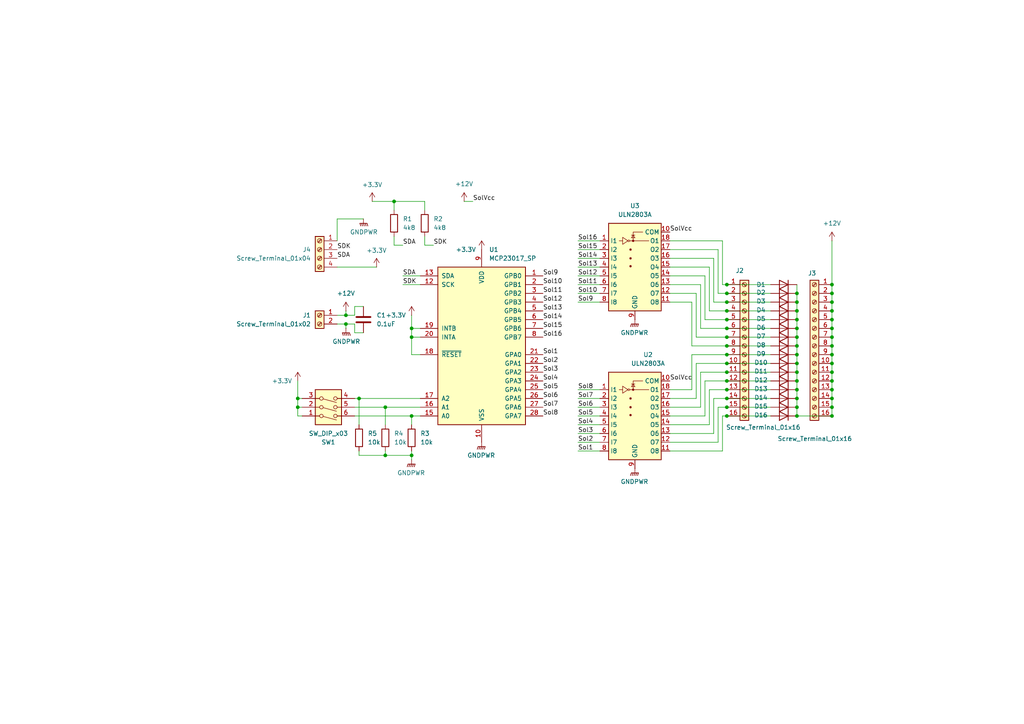
<source format=kicad_sch>
(kicad_sch (version 20250114) (generator "eeschema") (generator_version "9.0")
  (paper "A4")
  (lib_symbols
    (symbol "Connector:Screw_Terminal_01x02" (pin_names (offset 1.016) (hide yes))
      (property "Reference" "J" (at 0 2.54 0))
      (property "Value" "Screw_Terminal_01x02" (at 0 -5.08 0))
      (symbol "Screw_Terminal_01x02_1_1"
        (rectangle (start -1.27 1.27) (end 1.27 -3.81) (stroke (width 0.254)) (fill (type background)))
        (polyline (pts (xy -0.5334 0.3302) (xy 0.3302 -0.508)) (stroke (width 0.1524)))
        (polyline (pts (xy -0.5334 -2.2098) (xy 0.3302 -3.048)) (stroke (width 0.1524)))
        (polyline (pts (xy -0.3556 0.508) (xy 0.508 -0.3302)) (stroke (width 0.1524)))
        (polyline (pts (xy -0.3556 -2.032) (xy 0.508 -2.8702)) (stroke (width 0.1524)))
        (circle (center 0 0) (radius 0.635) (stroke (width 0.1524)))
        (circle (center 0 -2.54) (radius 0.635) (stroke (width 0.1524)))
        (pin passive line (at -5.08 0 0) (length 3.81) (name "Pin_1") (number "1"))
        (pin passive line (at -5.08 -2.54 0) (length 3.81) (name "Pin_2") (number "2"))
      )
    )
    (symbol "Connector:Screw_Terminal_01x04" (pin_names (offset 1.016) (hide yes))
      (property "Reference" "J" (at 0 5.08 0))
      (property "Value" "Screw_Terminal_01x04" (at 0 -7.62 0))
      (symbol "Screw_Terminal_01x04_1_1"
        (rectangle (start -1.27 3.81) (end 1.27 -6.35) (stroke (width 0.254)) (fill (type background)))
        (polyline (pts (xy -0.5334 2.8702) (xy 0.3302 2.032)) (stroke (width 0.1524)))
        (polyline (pts (xy -0.5334 0.3302) (xy 0.3302 -0.508)) (stroke (width 0.1524)))
        (polyline (pts (xy -0.5334 -2.2098) (xy 0.3302 -3.048)) (stroke (width 0.1524)))
        (polyline (pts (xy -0.5334 -4.7498) (xy 0.3302 -5.588)) (stroke (width 0.1524)))
        (polyline (pts (xy -0.3556 3.048) (xy 0.508 2.2098)) (stroke (width 0.1524)))
        (polyline (pts (xy -0.3556 0.508) (xy 0.508 -0.3302)) (stroke (width 0.1524)))
        (polyline (pts (xy -0.3556 -2.032) (xy 0.508 -2.8702)) (stroke (width 0.1524)))
        (polyline (pts (xy -0.3556 -4.572) (xy 0.508 -5.4102)) (stroke (width 0.1524)))
        (circle (center 0 2.54) (radius 0.635) (stroke (width 0.1524)))
        (circle (center 0 0) (radius 0.635) (stroke (width 0.1524)))
        (circle (center 0 -2.54) (radius 0.635) (stroke (width 0.1524)))
        (circle (center 0 -5.08) (radius 0.635) (stroke (width 0.1524)))
        (pin passive line (at -5.08 2.54 0) (length 3.81) (name "Pin_1") (number "1"))
        (pin passive line (at -5.08 0 0) (length 3.81) (name "Pin_2") (number "2"))
        (pin passive line (at -5.08 -2.54 0) (length 3.81) (name "Pin_3") (number "3"))
        (pin passive line (at -5.08 -5.08 0) (length 3.81) (name "Pin_4") (number "4"))
      )
    )
    (symbol "Connector:Screw_Terminal_01x16" (pin_names (offset 1.016) (hide yes))
      (property "Reference" "J" (at 0 20.32 0))
      (property "Value" "Screw_Terminal_01x16" (at 0 -22.86 0))
      (symbol "Screw_Terminal_01x16_1_1"
        (rectangle (start -1.27 19.05) (end 1.27 -21.59) (stroke (width 0.254)) (fill (type background)))
        (polyline (pts (xy -0.5334 18.1102) (xy 0.3302 17.272)) (stroke (width 0.1524)))
        (polyline (pts (xy -0.5334 15.5702) (xy 0.3302 14.732)) (stroke (width 0.1524)))
        (polyline (pts (xy -0.5334 13.0302) (xy 0.3302 12.192)) (stroke (width 0.1524)))
        (polyline (pts (xy -0.5334 10.4902) (xy 0.3302 9.652)) (stroke (width 0.1524)))
        (polyline (pts (xy -0.5334 7.9502) (xy 0.3302 7.112)) (stroke (width 0.1524)))
        (polyline (pts (xy -0.5334 5.4102) (xy 0.3302 4.572)) (stroke (width 0.1524)))
        (polyline (pts (xy -0.5334 2.8702) (xy 0.3302 2.032)) (stroke (width 0.1524)))
        (polyline (pts (xy -0.5334 0.3302) (xy 0.3302 -0.508)) (stroke (width 0.1524)))
        (polyline (pts (xy -0.5334 -2.2098) (xy 0.3302 -3.048)) (stroke (width 0.1524)))
        (polyline (pts (xy -0.5334 -4.7498) (xy 0.3302 -5.588)) (stroke (width 0.1524)))
        (polyline (pts (xy -0.5334 -7.2898) (xy 0.3302 -8.128)) (stroke (width 0.1524)))
        (polyline (pts (xy -0.5334 -9.8298) (xy 0.3302 -10.668)) (stroke (width 0.1524)))
        (polyline (pts (xy -0.5334 -12.3698) (xy 0.3302 -13.208)) (stroke (width 0.1524)))
        (polyline (pts (xy -0.5334 -14.9098) (xy 0.3302 -15.748)) (stroke (width 0.1524)))
        (polyline (pts (xy -0.5334 -17.4498) (xy 0.3302 -18.288)) (stroke (width 0.1524)))
        (polyline (pts (xy -0.5334 -19.9898) (xy 0.3302 -20.828)) (stroke (width 0.1524)))
        (polyline (pts (xy -0.3556 18.288) (xy 0.508 17.4498)) (stroke (width 0.1524)))
        (polyline (pts (xy -0.3556 15.748) (xy 0.508 14.9098)) (stroke (width 0.1524)))
        (polyline (pts (xy -0.3556 13.208) (xy 0.508 12.3698)) (stroke (width 0.1524)))
        (polyline (pts (xy -0.3556 10.668) (xy 0.508 9.8298)) (stroke (width 0.1524)))
        (polyline (pts (xy -0.3556 8.128) (xy 0.508 7.2898)) (stroke (width 0.1524)))
        (polyline (pts (xy -0.3556 5.588) (xy 0.508 4.7498)) (stroke (width 0.1524)))
        (polyline (pts (xy -0.3556 3.048) (xy 0.508 2.2098)) (stroke (width 0.1524)))
        (polyline (pts (xy -0.3556 0.508) (xy 0.508 -0.3302)) (stroke (width 0.1524)))
        (polyline (pts (xy -0.3556 -2.032) (xy 0.508 -2.8702)) (stroke (width 0.1524)))
        (polyline (pts (xy -0.3556 -4.572) (xy 0.508 -5.4102)) (stroke (width 0.1524)))
        (polyline (pts (xy -0.3556 -7.112) (xy 0.508 -7.9502)) (stroke (width 0.1524)))
        (polyline (pts (xy -0.3556 -9.652) (xy 0.508 -10.4902)) (stroke (width 0.1524)))
        (polyline (pts (xy -0.3556 -12.192) (xy 0.508 -13.0302)) (stroke (width 0.1524)))
        (polyline (pts (xy -0.3556 -14.732) (xy 0.508 -15.5702)) (stroke (width 0.1524)))
        (polyline (pts (xy -0.3556 -17.272) (xy 0.508 -18.1102)) (stroke (width 0.1524)))
        (polyline (pts (xy -0.3556 -19.812) (xy 0.508 -20.6502)) (stroke (width 0.1524)))
        (circle (center 0 17.78) (radius 0.635) (stroke (width 0.1524)))
        (circle (center 0 15.24) (radius 0.635) (stroke (width 0.1524)))
        (circle (center 0 12.7) (radius 0.635) (stroke (width 0.1524)))
        (circle (center 0 10.16) (radius 0.635) (stroke (width 0.1524)))
        (circle (center 0 7.62) (radius 0.635) (stroke (width 0.1524)))
        (circle (center 0 5.08) (radius 0.635) (stroke (width 0.1524)))
        (circle (center 0 2.54) (radius 0.635) (stroke (width 0.1524)))
        (circle (center 0 0) (radius 0.635) (stroke (width 0.1524)))
        (circle (center 0 -2.54) (radius 0.635) (stroke (width 0.1524)))
        (circle (center 0 -5.08) (radius 0.635) (stroke (width 0.1524)))
        (circle (center 0 -7.62) (radius 0.635) (stroke (width 0.1524)))
        (circle (center 0 -10.16) (radius 0.635) (stroke (width 0.1524)))
        (circle (center 0 -12.7) (radius 0.635) (stroke (width 0.1524)))
        (circle (center 0 -15.24) (radius 0.635) (stroke (width 0.1524)))
        (circle (center 0 -17.78) (radius 0.635) (stroke (width 0.1524)))
        (circle (center 0 -20.32) (radius 0.635) (stroke (width 0.1524)))
        (pin passive line (at -5.08 17.78 0) (length 3.81) (name "Pin_1") (number "1"))
        (pin passive line (at -5.08 15.24 0) (length 3.81) (name "Pin_2") (number "2"))
        (pin passive line (at -5.08 12.7 0) (length 3.81) (name "Pin_3") (number "3"))
        (pin passive line (at -5.08 10.16 0) (length 3.81) (name "Pin_4") (number "4"))
        (pin passive line (at -5.08 7.62 0) (length 3.81) (name "Pin_5") (number "5"))
        (pin passive line (at -5.08 5.08 0) (length 3.81) (name "Pin_6") (number "6"))
        (pin passive line (at -5.08 2.54 0) (length 3.81) (name "Pin_7") (number "7"))
        (pin passive line (at -5.08 0 0) (length 3.81) (name "Pin_8") (number "8"))
        (pin passive line (at -5.08 -2.54 0) (length 3.81) (name "Pin_9") (number "9"))
        (pin passive line (at -5.08 -5.08 0) (length 3.81) (name "Pin_10") (number "10"))
        (pin passive line (at -5.08 -7.62 0) (length 3.81) (name "Pin_11") (number "11"))
        (pin passive line (at -5.08 -10.16 0) (length 3.81) (name "Pin_12") (number "12"))
        (pin passive line (at -5.08 -12.7 0) (length 3.81) (name "Pin_13") (number "13"))
        (pin passive line (at -5.08 -15.24 0) (length 3.81) (name "Pin_14") (number "14"))
        (pin passive line (at -5.08 -17.78 0) (length 3.81) (name "Pin_15") (number "15"))
        (pin passive line (at -5.08 -20.32 0) (length 3.81) (name "Pin_16") (number "16"))
      )
    )
    (symbol "Device:C" (pin_numbers (hide yes)) (pin_names (offset 0.254))
      (property "Reference" "C2" (at 0.635 2.54 0))
      (property "Value" "0.1uF" (at 0.635 -2.54 0))
      (symbol "C_0_1"
        (polyline (pts (xy -2.032 0.762) (xy 2.032 0.762)) (stroke (width 0.508)))
        (polyline (pts (xy -2.032 -0.762) (xy 2.032 -0.762)) (stroke (width 0.508)))
      )
      (symbol "C_1_1"
        (pin passive line (at 0 3.81 270) (length 2.794) (name "~") (number "1"))
        (pin passive line (at 0 -3.81 90) (length 2.794) (name "~") (number "2"))
      )
    )
    (symbol "Device:R" (pin_numbers (hide yes)) (pin_names (offset 0))
      (property "Reference" "33k" (at 4.064 -0.254 0))
      (property "Value" "R4" (at 3.81 1.778 0))
      (symbol "R_0_1"
        (rectangle (start -1.016 2.54) (end 1.016 -2.54) (stroke (width 0.254)))
      )
      (symbol "R_1_1"
        (pin passive line (at 0 3.81 270) (length 1.27) (name "~") (number "1"))
        (pin passive line (at 0 -3.81 90) (length 1.27) (name "~") (number "2"))
      )
    )
    (symbol "Diode:1N4001" (pin_numbers (hide yes)) (pin_names (hide yes))
      (property "Reference" "D" (at 0 2.54 0))
      (property "Value" "1N4001" (at 0 -2.54 0))
      (symbol "1N4001_0_1"
        (polyline (pts (xy -1.27 1.27) (xy -1.27 -1.27)) (stroke (width 0.254)))
        (polyline (pts (xy 1.27 1.27) (xy 1.27 -1.27) (xy -1.27 0) (xy 1.27 1.27)) (stroke (width 0.254)))
        (polyline (pts (xy 1.27 0) (xy -1.27 0)))
      )
      (symbol "1N4001_1_1"
        (pin passive line (at -3.81 0 0) (length 2.54) (name "K") (number "1"))
        (pin passive line (at 3.81 0 180) (length 2.54) (name "A") (number "2"))
      )
    )
    (symbol "Interface_Expansion:MCP23017_SP" (pin_names (offset 1.016))
      (property "Reference" "U" (at -11.43 24.13 0))
      (property "Value" "MCP23017_SP" (at 0 0 0))
      (symbol "MCP23017_SP_0_1"
        (rectangle (start -12.7 22.86) (end 12.7 -22.86) (stroke (width 0.254)) (fill (type background)))
      )
      (symbol "MCP23017_SP_1_1"
        (pin bidirectional line (at -17.78 20.32 0) (length 5.08) (name "SDA") (number "13"))
        (pin input line (at -17.78 17.78 0) (length 5.08) (name "SCK") (number "12"))
        (pin tri_state line (at -17.78 5.08 0) (length 5.08) (name "INTB") (number "19"))
        (pin tri_state line (at -17.78 2.54 0) (length 5.08) (name "INTA") (number "20"))
        (pin input line (at -17.78 -2.54 0) (length 5.08) (name "~{RESET}") (number "18"))
        (pin input line (at -17.78 -15.24 0) (length 5.08) (name "A2") (number "17"))
        (pin input line (at -17.78 -17.78 0) (length 5.08) (name "A1") (number "16"))
        (pin input line (at -17.78 -20.32 0) (length 5.08) (name "A0") (number "15"))
        (pin no_connect line (at -12.7 15.24 0) (length 5.08) (hide yes) (name "NC") (number "11"))
        (pin no_connect line (at -12.7 12.7 0) (length 5.08) (hide yes) (name "NC") (number "14"))
        (pin power_in line (at 0 27.94 270) (length 5.08) (name "VDD") (number "9"))
        (pin power_in line (at 0 -27.94 90) (length 5.08) (name "VSS") (number "10"))
        (pin bidirectional line (at 17.78 20.32 180) (length 5.08) (name "GPB0") (number "1"))
        (pin bidirectional line (at 17.78 17.78 180) (length 5.08) (name "GPB1") (number "2"))
        (pin bidirectional line (at 17.78 15.24 180) (length 5.08) (name "GPB2") (number "3"))
        (pin bidirectional line (at 17.78 12.7 180) (length 5.08) (name "GPB3") (number "4"))
        (pin bidirectional line (at 17.78 10.16 180) (length 5.08) (name "GPB4") (number "5"))
        (pin bidirectional line (at 17.78 7.62 180) (length 5.08) (name "GPB5") (number "6"))
        (pin bidirectional line (at 17.78 5.08 180) (length 5.08) (name "GPB6") (number "7"))
        (pin output line (at 17.78 2.54 180) (length 5.08) (name "GPB7") (number "8"))
        (pin bidirectional line (at 17.78 -2.54 180) (length 5.08) (name "GPA0") (number "21"))
        (pin bidirectional line (at 17.78 -5.08 180) (length 5.08) (name "GPA1") (number "22"))
        (pin bidirectional line (at 17.78 -7.62 180) (length 5.08) (name "GPA2") (number "23"))
        (pin bidirectional line (at 17.78 -10.16 180) (length 5.08) (name "GPA3") (number "24"))
        (pin bidirectional line (at 17.78 -12.7 180) (length 5.08) (name "GPA4") (number "25"))
        (pin bidirectional line (at 17.78 -15.24 180) (length 5.08) (name "GPA5") (number "26"))
        (pin bidirectional line (at 17.78 -17.78 180) (length 5.08) (name "GPA6") (number "27"))
        (pin output line (at 17.78 -20.32 180) (length 5.08) (name "GPA7") (number "28"))
      )
    )
    (symbol "Switch:SW_DIP_x03" (pin_names (offset 0) (hide yes))
      (property "Reference" "SW" (at 0 6.35 0))
      (property "Value" "SW_DIP_x03" (at 0 -6.35 0))
      (symbol "SW_DIP_x03_0_0"
        (circle (center -2.032 2.54) (radius 0.508))
        (circle (center -2.032 0) (radius 0.508))
        (circle (center -2.032 -2.54) (radius 0.508))
        (polyline (pts (xy -1.524 2.667) (xy 2.3622 3.7084)))
        (polyline (pts (xy -1.524 0.127) (xy 2.3622 1.1684)))
        (polyline (pts (xy -1.524 -2.413) (xy 2.3622 -1.3716)))
        (circle (center 2.032 2.54) (radius 0.508))
        (circle (center 2.032 0) (radius 0.508))
        (circle (center 2.032 -2.54) (radius 0.508))
      )
      (symbol "SW_DIP_x03_0_1"
        (rectangle (start -3.81 5.08) (end 3.81 -5.08) (stroke (width 0.254)) (fill (type background)))
      )
      (symbol "SW_DIP_x03_1_1"
        (pin passive line (at -7.62 2.54 0) (length 5.08) (name "~") (number "1"))
        (pin passive line (at -7.62 0 0) (length 5.08) (name "~") (number "2"))
        (pin passive line (at -7.62 -2.54 0) (length 5.08) (name "~") (number "3"))
        (pin passive line (at 7.62 2.54 180) (length 5.08) (name "~") (number "6"))
        (pin passive line (at 7.62 0 180) (length 5.08) (name "~") (number "5"))
        (pin passive line (at 7.62 -2.54 180) (length 5.08) (name "~") (number "4"))
      )
    )
    (symbol "Transistor_Array:ULN2803A"
      (property "Reference" "U" (at 0 13.335 0))
      (property "Value" "ULN2803A" (at 0 11.43 0))
      (symbol "ULN2803A_0_1"
        (rectangle (start -7.62 -15.24) (end 7.62 10.16) (stroke (width 0.254)) (fill (type background)))
        (polyline (pts (xy -4.572 5.08) (xy -3.556 5.08)))
        (polyline (pts (xy -3.556 6.096) (xy -3.556 4.064) (xy -2.032 5.08) (xy -3.556 6.096)))
        (circle (center -1.778 5.08) (radius 0.254))
        (polyline (pts (xy -1.524 5.08) (xy 4.064 5.08)))
        (circle (center -1.27 2.54) (radius 0.254) (fill (type outline)))
        (circle (center -1.27 0) (radius 0.254) (fill (type outline)))
        (circle (center -1.27 -2.286) (radius 0.254) (fill (type outline)))
        (circle (center -0.508 5.08) (radius 0.254) (fill (type outline)))
        (polyline (pts (xy -0.508 5.08) (xy -0.508 7.62) (xy 2.286 7.62)))
        (polyline (pts (xy 0 6.731) (xy -1.016 6.731)))
        (polyline (pts (xy 0 5.969) (xy -1.016 5.969) (xy -0.508 6.731) (xy 0 5.969)))
      )
      (symbol "ULN2803A_1_1"
        (pin input line (at -10.16 5.08 0) (length 2.54) (name "I1") (number "1"))
        (pin input line (at -10.16 2.54 0) (length 2.54) (name "I2") (number "2"))
        (pin input line (at -10.16 0 0) (length 2.54) (name "I3") (number "3"))
        (pin input line (at -10.16 -2.54 0) (length 2.54) (name "I4") (number "4"))
        (pin input line (at -10.16 -5.08 0) (length 2.54) (name "I5") (number "5"))
        (pin input line (at -10.16 -7.62 0) (length 2.54) (name "I6") (number "6"))
        (pin input line (at -10.16 -10.16 0) (length 2.54) (name "I7") (number "7"))
        (pin input line (at -10.16 -12.7 0) (length 2.54) (name "I8") (number "8"))
        (pin power_in line (at 0 -17.78 90) (length 2.54) (name "GND") (number "9"))
        (pin passive line (at 10.16 7.62 180) (length 2.54) (name "COM") (number "10"))
        (pin open_collector line (at 10.16 5.08 180) (length 2.54) (name "O1") (number "18"))
        (pin open_collector line (at 10.16 2.54 180) (length 2.54) (name "O2") (number "17"))
        (pin open_collector line (at 10.16 0 180) (length 2.54) (name "O3") (number "16"))
        (pin open_collector line (at 10.16 -2.54 180) (length 2.54) (name "O4") (number "15"))
        (pin open_collector line (at 10.16 -5.08 180) (length 2.54) (name "O5") (number "14"))
        (pin open_collector line (at 10.16 -7.62 180) (length 2.54) (name "O6") (number "13"))
        (pin open_collector line (at 10.16 -10.16 180) (length 2.54) (name "O7") (number "12"))
        (pin open_collector line (at 10.16 -12.7 180) (length 2.54) (name "O8") (number "11"))
      )
    )
    (symbol "power:+12V" (power) (pin_numbers (hide yes)) (pin_names (offset 0) (hide yes))
      (property "Value" "+12V" (at 0 3.556 0))
      (symbol "+12V_0_1"
        (polyline (pts (xy -0.762 1.27) (xy 0 2.54)))
        (polyline (pts (xy 0 2.54) (xy 0.762 1.27)))
        (polyline (pts (xy 0 0) (xy 0 2.54)))
      )
      (symbol "+12V_1_1"
        (pin power_in line (at 0 0 90) (length 0) (name "~") (number "1"))
      )
    )
    (symbol "power:+3.3V" (power) (pin_numbers (hide yes)) (pin_names (offset 0) (hide yes))
      (property "Value" "+3.3V" (at 0 3.556 0))
      (symbol "+3.3V_0_1"
        (polyline (pts (xy -0.762 1.27) (xy 0 2.54)))
        (polyline (pts (xy 0 2.54) (xy 0.762 1.27)))
        (polyline (pts (xy 0 0) (xy 0 2.54)))
      )
      (symbol "+3.3V_1_1"
        (pin power_in line (at 0 0 90) (length 0) (name "~") (number "1"))
      )
    )
    (symbol "power:GNDPWR" (power) (pin_numbers (hide yes)) (pin_names (offset 0) (hide yes))
      (property "Value" "GNDPWR" (at 0 -3.302 0))
      (symbol "GNDPWR_0_1"
        (polyline (pts (xy -1.016 -1.27) (xy -1.27 -2.032) (xy -1.27 -2.032)) (stroke (width 0.2032)))
        (polyline (pts (xy -0.508 -1.27) (xy -0.762 -2.032) (xy -0.762 -2.032)) (stroke (width 0.2032)))
        (polyline (pts (xy 0 -1.27) (xy 0 0)))
        (polyline (pts (xy 0 -1.27) (xy -0.254 -2.032) (xy -0.254 -2.032)) (stroke (width 0.2032)))
        (polyline (pts (xy 0.508 -1.27) (xy 0.254 -2.032) (xy 0.254 -2.032)) (stroke (width 0.2032)))
        (polyline (pts (xy 1.016 -1.27) (xy -1.016 -1.27) (xy -1.016 -1.27)) (stroke (width 0.2032)))
        (polyline (pts (xy 1.016 -1.27) (xy 0.762 -2.032) (xy 0.762 -2.032) (xy 0.762 -2.032)) (stroke (width 0.2032)))
      )
      (symbol "GNDPWR_1_1"
        (pin power_in line (at 0 0 270) (length 0) (name "~") (number "1"))
      )
    )
  )
  (junction (at 241.3 97.79))
  (junction (at 210.82 87.63))
  (junction (at 119.38 132.08))
  (junction (at 241.3 105.41))
  (junction (at 241.3 100.33))
  (junction (at 231.14 90.17))
  (junction (at 241.3 82.55))
  (junction (at 231.14 110.49))
  (junction (at 241.3 107.95))
  (junction (at 119.38 95.25))
  (junction (at 241.3 92.71))
  (junction (at 86.36 118.11))
  (junction (at 210.82 85.09))
  (junction (at 104.14 115.57))
  (junction (at 111.76 118.11))
  (junction (at 241.3 118.11))
  (junction (at 231.14 113.03))
  (junction (at 231.14 118.11))
  (junction (at 119.38 97.79))
  (junction (at 210.82 113.03))
  (junction (at 231.14 100.33))
  (junction (at 231.14 92.71))
  (junction (at 111.76 132.08))
  (junction (at 231.14 107.95))
  (junction (at 231.14 95.25))
  (junction (at 210.82 90.17))
  (junction (at 231.14 102.87))
  (junction (at 231.14 97.79))
  (junction (at 210.82 82.55))
  (junction (at 241.3 110.49))
  (junction (at 210.82 95.25))
  (junction (at 119.38 120.65))
  (junction (at 241.3 115.57))
  (junction (at 231.14 120.65))
  (junction (at 210.82 110.49))
  (junction (at 241.3 120.65))
  (junction (at 210.82 97.79))
  (junction (at 210.82 100.33))
  (junction (at 86.36 115.57))
  (junction (at 210.82 107.95))
  (junction (at 114.3 58.42))
  (junction (at 241.3 85.09))
  (junction (at 210.82 118.11))
  (junction (at 231.14 105.41))
  (junction (at 241.3 113.03))
  (junction (at 100.33 91.44))
  (junction (at 231.14 87.63))
  (junction (at 210.82 105.41))
  (junction (at 231.14 115.57))
  (junction (at 210.82 102.87))
  (junction (at 210.82 120.65))
  (junction (at 241.3 102.87))
  (junction (at 231.14 85.09))
  (junction (at 241.3 90.17))
  (junction (at 100.33 93.98))
  (junction (at 241.3 95.25))
  (junction (at 210.82 92.71))
  (junction (at 241.3 87.63))
  (junction (at 210.82 115.57))
  (wire (pts (xy 241.3 97.79) (xy 241.3 100.33)))
  (wire (pts (xy 119.38 120.65) (xy 119.38 123.19)))
  (wire (pts (xy 111.76 118.11) (xy 121.92 118.11)))
  (wire (pts (xy 123.19 60.96) (xy 123.19 58.42)))
  (wire (pts (xy 194.31 113.03) (xy 200.66 113.03)))
  (wire (pts (xy 119.38 120.65) (xy 121.92 120.65)))
  (wire (pts (xy 97.79 93.98) (xy 100.33 93.98)))
  (wire (pts (xy 86.36 110.49) (xy 86.36 115.57)))
  (wire (pts (xy 203.2 95.25) (xy 210.82 95.25)))
  (wire (pts (xy 210.82 105.41) (xy 223.52 105.41)))
  (wire (pts (xy 97.79 77.47) (xy 109.22 77.47)))
  (wire (pts (xy 167.64 123.19) (xy 173.99 123.19)))
  (wire (pts (xy 231.14 102.87) (xy 231.14 105.41)))
  (wire (pts (xy 121.92 102.87) (xy 119.38 102.87)))
  (wire (pts (xy 241.3 100.33) (xy 241.3 102.87)))
  (wire (pts (xy 200.66 87.63) (xy 200.66 100.33)))
  (wire (pts (xy 203.2 82.55) (xy 203.2 95.25)))
  (wire (pts (xy 201.93 115.57) (xy 201.93 105.41)))
  (wire (pts (xy 210.82 87.63) (xy 223.52 87.63)))
  (wire (pts (xy 241.3 113.03) (xy 241.3 115.57)))
  (wire (pts (xy 207.01 115.57) (xy 210.82 115.57)))
  (wire (pts (xy 209.55 120.65) (xy 210.82 120.65)))
  (wire (pts (xy 167.64 72.39) (xy 173.99 72.39)))
  (wire (pts (xy 111.76 118.11) (xy 111.76 123.19)))
  (wire (pts (xy 207.01 87.63) (xy 210.82 87.63)))
  (wire (pts (xy 210.82 82.55) (xy 223.52 82.55)))
  (wire (pts (xy 231.14 100.33) (xy 231.14 102.87)))
  (wire (pts (xy 210.82 113.03) (xy 223.52 113.03)))
  (wire (pts (xy 102.87 88.9) (xy 102.87 91.44)))
  (wire (pts (xy 102.87 120.65) (xy 119.38 120.65)))
  (wire (pts (xy 194.31 74.93) (xy 207.01 74.93)))
  (wire (pts (xy 208.28 118.11) (xy 210.82 118.11)))
  (wire (pts (xy 241.3 115.57) (xy 241.3 118.11)))
  (wire (pts (xy 210.82 85.09) (xy 223.52 85.09)))
  (wire (pts (xy 209.55 82.55) (xy 210.82 82.55)))
  (wire (pts (xy 241.3 82.55) (xy 241.3 85.09)))
  (wire (pts (xy 119.38 132.08) (xy 119.38 133.35)))
  (wire (pts (xy 210.82 107.95) (xy 223.52 107.95)))
  (wire (pts (xy 86.36 120.65) (xy 86.36 118.11)))
  (wire (pts (xy 210.82 115.57) (xy 223.52 115.57)))
  (wire (pts (xy 104.14 115.57) (xy 121.92 115.57)))
  (wire (pts (xy 231.14 92.71) (xy 231.14 95.25)))
  (wire (pts (xy 121.92 97.79) (xy 119.38 97.79)))
  (wire (pts (xy 87.63 120.65) (xy 86.36 120.65)))
  (wire (pts (xy 123.19 58.42) (xy 114.3 58.42)))
  (wire (pts (xy 210.82 97.79) (xy 223.52 97.79)))
  (wire (pts (xy 241.3 95.25) (xy 241.3 97.79)))
  (wire (pts (xy 205.74 123.19) (xy 205.74 113.03)))
  (wire (pts (xy 241.3 105.41) (xy 241.3 107.95)))
  (wire (pts (xy 86.36 115.57) (xy 87.63 115.57)))
  (wire (pts (xy 111.76 132.08) (xy 119.38 132.08)))
  (wire (pts (xy 200.66 100.33) (xy 210.82 100.33)))
  (wire (pts (xy 114.3 71.12) (xy 116.84 71.12)))
  (wire (pts (xy 167.64 77.47) (xy 173.99 77.47)))
  (wire (pts (xy 102.87 96.52) (xy 102.87 93.98)))
  (wire (pts (xy 194.31 69.85) (xy 209.55 69.85)))
  (wire (pts (xy 204.47 80.01) (xy 204.47 92.71)))
  (wire (pts (xy 102.87 118.11) (xy 111.76 118.11)))
  (wire (pts (xy 194.31 130.81) (xy 209.55 130.81)))
  (wire (pts (xy 100.33 90.17) (xy 100.33 91.44)))
  (wire (pts (xy 194.31 120.65) (xy 204.47 120.65)))
  (wire (pts (xy 210.82 95.25) (xy 223.52 95.25)))
  (wire (pts (xy 167.64 74.93) (xy 173.99 74.93)))
  (wire (pts (xy 209.55 69.85) (xy 209.55 82.55)))
  (wire (pts (xy 231.14 118.11) (xy 231.14 120.65)))
  (wire (pts (xy 204.47 110.49) (xy 210.82 110.49)))
  (wire (pts (xy 123.19 71.12) (xy 125.73 71.12)))
  (wire (pts (xy 105.41 88.9) (xy 102.87 88.9)))
  (wire (pts (xy 105.41 96.52) (xy 102.87 96.52)))
  (wire (pts (xy 194.31 128.27) (xy 208.28 128.27)))
  (wire (pts (xy 119.38 102.87) (xy 119.38 97.79)))
  (wire (pts (xy 231.14 97.79) (xy 231.14 100.33)))
  (wire (pts (xy 201.93 105.41) (xy 210.82 105.41)))
  (wire (pts (xy 210.82 110.49) (xy 223.52 110.49)))
  (wire (pts (xy 119.38 97.79) (xy 119.38 95.25)))
  (wire (pts (xy 210.82 100.33) (xy 223.52 100.33)))
  (wire (pts (xy 167.64 115.57) (xy 173.99 115.57)))
  (wire (pts (xy 97.79 69.85) (xy 97.79 63.5)))
  (wire (pts (xy 241.3 90.17) (xy 241.3 92.71)))
  (wire (pts (xy 200.66 102.87) (xy 210.82 102.87)))
  (wire (pts (xy 167.64 82.55) (xy 173.99 82.55)))
  (wire (pts (xy 167.64 113.03) (xy 173.99 113.03)))
  (wire (pts (xy 210.82 90.17) (xy 223.52 90.17)))
  (wire (pts (xy 210.82 120.65) (xy 223.52 120.65)))
  (wire (pts (xy 231.14 87.63) (xy 231.14 90.17)))
  (wire (pts (xy 207.01 74.93) (xy 207.01 87.63)))
  (wire (pts (xy 167.64 85.09) (xy 173.99 85.09)))
  (wire (pts (xy 210.82 92.71) (xy 223.52 92.71)))
  (wire (pts (xy 194.31 77.47) (xy 205.74 77.47)))
  (wire (pts (xy 116.84 80.01) (xy 121.92 80.01)))
  (wire (pts (xy 201.93 85.09) (xy 201.93 97.79)))
  (wire (pts (xy 167.64 128.27) (xy 173.99 128.27)))
  (wire (pts (xy 231.14 110.49) (xy 231.14 113.03)))
  (wire (pts (xy 86.36 118.11) (xy 86.36 115.57)))
  (wire (pts (xy 102.87 93.98) (xy 100.33 93.98)))
  (wire (pts (xy 203.2 107.95) (xy 210.82 107.95)))
  (wire (pts (xy 194.31 87.63) (xy 200.66 87.63)))
  (wire (pts (xy 104.14 115.57) (xy 104.14 123.19)))
  (wire (pts (xy 194.31 118.11) (xy 203.2 118.11)))
  (wire (pts (xy 241.3 102.87) (xy 241.3 105.41)))
  (wire (pts (xy 107.95 58.42) (xy 114.3 58.42)))
  (wire (pts (xy 208.28 128.27) (xy 208.28 118.11)))
  (wire (pts (xy 167.64 69.85) (xy 173.99 69.85)))
  (wire (pts (xy 241.3 107.95) (xy 241.3 110.49)))
  (wire (pts (xy 104.14 130.81) (xy 104.14 132.08)))
  (wire (pts (xy 100.33 93.98) (xy 100.33 95.25)))
  (wire (pts (xy 201.93 97.79) (xy 210.82 97.79)))
  (wire (pts (xy 167.64 118.11) (xy 173.99 118.11)))
  (wire (pts (xy 205.74 90.17) (xy 210.82 90.17)))
  (wire (pts (xy 114.3 58.42) (xy 114.3 60.96)))
  (wire (pts (xy 241.3 85.09) (xy 241.3 87.63)))
  (wire (pts (xy 119.38 130.81) (xy 119.38 132.08)))
  (wire (pts (xy 116.84 82.55) (xy 121.92 82.55)))
  (wire (pts (xy 119.38 95.25) (xy 119.38 91.44)))
  (wire (pts (xy 231.14 82.55) (xy 231.14 85.09)))
  (wire (pts (xy 102.87 91.44) (xy 100.33 91.44)))
  (wire (pts (xy 100.33 91.44) (xy 97.79 91.44)))
  (wire (pts (xy 231.14 107.95) (xy 231.14 110.49)))
  (wire (pts (xy 97.79 63.5) (xy 105.41 63.5)))
  (wire (pts (xy 121.92 95.25) (xy 119.38 95.25)))
  (wire (pts (xy 210.82 118.11) (xy 223.52 118.11)))
  (wire (pts (xy 231.14 85.09) (xy 231.14 87.63)))
  (wire (pts (xy 104.14 132.08) (xy 111.76 132.08)))
  (wire (pts (xy 205.74 77.47) (xy 205.74 90.17)))
  (wire (pts (xy 205.74 113.03) (xy 210.82 113.03)))
  (wire (pts (xy 204.47 120.65) (xy 204.47 110.49)))
  (wire (pts (xy 167.64 125.73) (xy 173.99 125.73)))
  (wire (pts (xy 194.31 125.73) (xy 207.01 125.73)))
  (wire (pts (xy 231.14 90.17) (xy 231.14 92.71)))
  (wire (pts (xy 241.3 118.11) (xy 241.3 120.65)))
  (wire (pts (xy 194.31 82.55) (xy 203.2 82.55)))
  (wire (pts (xy 204.47 92.71) (xy 210.82 92.71)))
  (wire (pts (xy 87.63 118.11) (xy 86.36 118.11)))
  (wire (pts (xy 167.64 130.81) (xy 173.99 130.81)))
  (wire (pts (xy 194.31 123.19) (xy 205.74 123.19)))
  (wire (pts (xy 203.2 118.11) (xy 203.2 107.95)))
  (wire (pts (xy 208.28 85.09) (xy 210.82 85.09)))
  (wire (pts (xy 111.76 130.81) (xy 111.76 132.08)))
  (wire (pts (xy 194.31 85.09) (xy 201.93 85.09)))
  (wire (pts (xy 241.3 110.49) (xy 241.3 113.03)))
  (wire (pts (xy 210.82 102.87) (xy 223.52 102.87)))
  (wire (pts (xy 207.01 125.73) (xy 207.01 115.57)))
  (wire (pts (xy 241.3 92.71) (xy 241.3 95.25)))
  (wire (pts (xy 231.14 113.03) (xy 231.14 115.57)))
  (wire (pts (xy 208.28 72.39) (xy 208.28 85.09)))
  (wire (pts (xy 209.55 130.81) (xy 209.55 120.65)))
  (wire (pts (xy 241.3 87.63) (xy 241.3 90.17)))
  (wire (pts (xy 194.31 80.01) (xy 204.47 80.01)))
  (wire (pts (xy 231.14 95.25) (xy 231.14 97.79)))
  (wire (pts (xy 114.3 68.58) (xy 114.3 71.12)))
  (wire (pts (xy 241.3 69.85) (xy 241.3 82.55)))
  (wire (pts (xy 167.64 87.63) (xy 173.99 87.63)))
  (wire (pts (xy 134.62 58.42) (xy 137.16 58.42)))
  (wire (pts (xy 123.19 68.58) (xy 123.19 71.12)))
  (wire (pts (xy 102.87 115.57) (xy 104.14 115.57)))
  (wire (pts (xy 231.14 120.65) (xy 241.3 120.65)))
  (wire (pts (xy 167.64 80.01) (xy 173.99 80.01)))
  (wire (pts (xy 231.14 115.57) (xy 231.14 118.11)))
  (wire (pts (xy 194.31 115.57) (xy 201.93 115.57)))
  (wire (pts (xy 194.31 72.39) (xy 208.28 72.39)))
  (wire (pts (xy 200.66 113.03) (xy 200.66 102.87)))
  (wire (pts (xy 231.14 105.41) (xy 231.14 107.95)))
  (wire (pts (xy 167.64 120.65) (xy 173.99 120.65)))
  (label "SDA" (at 116.84 71.12 0))
  (label "Sol13" (at 167.64 77.47 0))
  (label "Sol15" (at 167.64 72.39 0))
  (label "Sol9" (at 167.64 87.63 0))
  (label "Sol16" (at 167.64 69.85 0))
  (label "Sol11" (at 157.48 85.09 0))
  (label "Sol15" (at 157.48 95.25 0))
  (label "SDA" (at 116.84 80.01 0))
  (label "Sol5" (at 157.48 113.03 0))
  (label "Sol14" (at 167.64 74.93 0))
  (label "Sol8" (at 157.48 120.65 0))
  (label "SolVcc" (at 137.16 58.42 0))
  (label "SDA" (at 97.79 74.93 0))
  (label "Sol2" (at 157.48 105.41 0))
  (label "Sol7" (at 157.48 118.11 0))
  (label "Sol16" (at 157.48 97.79 0))
  (label "Sol4" (at 167.64 123.19 0))
  (label "Sol10" (at 157.48 82.55 0))
  (label "SDK" (at 125.73 71.12 0))
  (label "SDK" (at 116.84 82.55 0))
  (label "Sol1" (at 167.64 130.81 0))
  (label "Sol11" (at 167.64 82.55 0))
  (label "Sol1" (at 157.48 102.87 0))
  (label "Sol9" (at 157.48 80.01 0))
  (label "Sol6" (at 167.64 118.11 0))
  (label "Sol8" (at 167.64 113.03 0))
  (label "Sol4" (at 157.48 110.49 0))
  (label "Sol3" (at 167.64 125.73 0))
  (label "Sol14" (at 157.48 92.71 0))
  (label "SDK" (at 97.79 72.39 0))
  (label "Sol6" (at 157.48 115.57 0))
  (label "Sol3" (at 157.48 107.95 0))
  (label "Sol2" (at 167.64 128.27 0))
  (label "SolVcc" (at 194.31 67.31 0))
  (label "Sol10" (at 167.64 85.09 0))
  (label "Sol13" (at 157.48 90.17 0))
  (label "Sol7" (at 167.64 115.57 0))
  (label "Sol5" (at 167.64 120.65 0))
  (label "Sol12" (at 157.48 87.63 0))
  (label "Sol12" (at 167.64 80.01 0))
  (label "SolVcc" (at 194.31 110.49 0))
  (symbol (lib_id "Diode:1N4001") (at 227.33 118.11 180) (unit 1)
    (property "Reference" "D15" (at 220.726 117.856 0))
    (property "Value" "1N4001" (effects (hide yes)))
    (property "Footprint" "Diode_SMD:D_0402_1005Metric" (effects (hide yes)))
    (property "Datasheet" "http://www.vishay.com/docs/88503/1n4001.pdf" (effects (hide yes)))
    (property "Description" "50V 1A General Purpose Rectifier Diode, DO-41" (effects (hide yes)))
    (property "Sim.Device" "D" (effects (hide yes)))
    (property "Sim.Pins" "1=K 2=A" (effects (hide yes)))
  )
  (symbol (lib_id "Diode:1N4001") (at 227.33 120.65 180) (unit 1)
    (property "Reference" "D16" (at 220.726 120.396 0))
    (property "Value" "1N4001" (effects (hide yes)))
    (property "Footprint" "Diode_SMD:D_0402_1005Metric" (effects (hide yes)))
    (property "Datasheet" "http://www.vishay.com/docs/88503/1n4001.pdf" (effects (hide yes)))
    (property "Description" "50V 1A General Purpose Rectifier Diode, DO-41" (effects (hide yes)))
    (property "Sim.Device" "D" (effects (hide yes)))
    (property "Sim.Pins" "1=K 2=A" (effects (hide yes)))
  )
  (symbol (lib_id "power:+3.3V") (at 109.22 77.47 0) (unit 1)
    (property "Reference" "#PWR010" (effects (hide yes)))
    (property "Value" "+3.3V" (at 109.22 72.644 0))
    (property "Description" "Power symbol creates a global label with name \"+3.3V\"" (effects (hide yes)))
  )
  (symbol (lib_id "Connector:Screw_Terminal_01x04") (at 92.71 72.39 0) (mirror y) (unit 1)
    (property "Reference" "J4" (at 90.17 72.3899 0) (effects (justify left)))
    (property "Value" "Screw_Terminal_01x04" (at 90.17 74.9299 0) (effects (justify left)))
    (property "Footprint" "Connector_PinSocket_2.54mm:PinSocket_1x04_P2.54mm_Vertical" (effects (hide yes)))
    (property "Description" "Generic screw terminal, single row, 01x04, script generated (kicad-library-utils/schlib/autogen/connector/)" (effects (hide yes)))
  )
  (symbol (lib_id "power:GNDPWR") (at 139.7 128.27 0) (unit 1)
    (property "Reference" "#PWR03" (effects (hide yes)))
    (property "Value" "GNDPWR" (at 139.573 132.08 0))
    (property "Description" "Power symbol creates a global label with name \"GNDPWR\" , global ground" (effects (hide yes)))
  )
  (symbol (lib_id "Transistor_Array:ULN2803A") (at 184.15 74.93 0) (unit 1)
    (property "Reference" "U3" (at 184.15 59.69 0))
    (property "Value" "ULN2803A" (at 184.15 62.23 0))
    (property "Footprint" "Package_SO:SOIC-18W_7.5x11.6mm_P1.27mm" (effects (hide yes)))
    (property "Datasheet" "http://www.ti.com/lit/ds/symlink/uln2803a.pdf" (effects (hide yes)))
    (property "Description" "Darlington Transistor Arrays, SOIC18/DIP18" (effects (hide yes)))
  )
  (symbol (lib_id "Diode:1N4001") (at 227.33 115.57 180) (unit 1)
    (property "Reference" "D14" (at 220.726 115.316 0))
    (property "Value" "1N4001" (effects (hide yes)))
    (property "Footprint" "Diode_SMD:D_0402_1005Metric" (effects (hide yes)))
    (property "Datasheet" "http://www.vishay.com/docs/88503/1n4001.pdf" (effects (hide yes)))
    (property "Description" "50V 1A General Purpose Rectifier Diode, DO-41" (effects (hide yes)))
    (property "Sim.Device" "D" (effects (hide yes)))
    (property "Sim.Pins" "1=K 2=A" (effects (hide yes)))
  )
  (symbol (lib_id "power:+3.3V") (at 107.95 58.42 0) (unit 1)
    (property "Reference" "#PWR011" (effects (hide yes)))
    (property "Value" "+3.3V" (at 107.95 53.594 0))
    (property "Description" "Power symbol creates a global label with name \"+3.3V\"" (effects (hide yes)))
  )
  (symbol (lib_id "Device:R") (at 104.14 127 0) (unit 1)
    (property "Reference" "R5" (at 106.68 125.7299 0) (effects (justify left)))
    (property "Value" "10k" (at 106.68 128.2699 0) (effects (justify left)))
    (property "Footprint" "Resistor_SMD:R_1206_3216Metric" (effects (hide yes)))
    (property "Description" "Resistor" (effects (hide yes)))
  )
  (symbol (lib_id "Diode:1N4001") (at 227.33 85.09 180) (unit 1)
    (property "Reference" "D2" (at 220.726 84.836 0))
    (property "Value" "1N4001" (effects (hide yes)))
    (property "Footprint" "Diode_SMD:D_0402_1005Metric" (effects (hide yes)))
    (property "Datasheet" "http://www.vishay.com/docs/88503/1n4001.pdf" (effects (hide yes)))
    (property "Description" "50V 1A General Purpose Rectifier Diode, DO-41" (effects (hide yes)))
    (property "Sim.Device" "D" (effects (hide yes)))
    (property "Sim.Pins" "1=K 2=A" (effects (hide yes)))
  )
  (symbol (lib_id "power:+3.3V") (at 119.38 91.44 0) (unit 1)
    (property "Reference" "#PWR07" (effects (hide yes)))
    (property "Value" "+3.3V" (at 114.808 91.44 0))
    (property "Description" "Power symbol creates a global label with name \"+3.3V\"" (effects (hide yes)))
  )
  (symbol (lib_id "Device:R") (at 119.38 127 0) (unit 1)
    (property "Reference" "R3" (at 121.92 125.7299 0) (effects (justify left)))
    (property "Value" "10k" (at 121.92 128.2699 0) (effects (justify left)))
    (property "Footprint" "Resistor_SMD:R_1206_3216Metric" (effects (hide yes)))
    (property "Description" "Resistor" (effects (hide yes)))
  )
  (symbol (lib_id "Diode:1N4001") (at 227.33 90.17 180) (unit 1)
    (property "Reference" "D4" (at 220.726 89.916 0))
    (property "Value" "1N4001" (effects (hide yes)))
    (property "Footprint" "Diode_SMD:D_0402_1005Metric" (effects (hide yes)))
    (property "Datasheet" "http://www.vishay.com/docs/88503/1n4001.pdf" (effects (hide yes)))
    (property "Description" "50V 1A General Purpose Rectifier Diode, DO-41" (effects (hide yes)))
    (property "Sim.Device" "D" (effects (hide yes)))
    (property "Sim.Pins" "1=K 2=A" (effects (hide yes)))
  )
  (symbol (lib_id "power:+3.3V") (at 139.7 72.39 0) (unit 1)
    (property "Reference" "#PWR02" (effects (hide yes)))
    (property "Value" "+3.3V" (at 135.128 72.39 0))
    (property "Description" "Power symbol creates a global label with name \"+3.3V\"" (effects (hide yes)))
  )
  (symbol (lib_id "Diode:1N4001") (at 227.33 97.79 180) (unit 1)
    (property "Reference" "D7" (at 220.726 97.536 0))
    (property "Value" "1N4001" (effects (hide yes)))
    (property "Footprint" "Diode_SMD:D_0402_1005Metric" (effects (hide yes)))
    (property "Datasheet" "http://www.vishay.com/docs/88503/1n4001.pdf" (effects (hide yes)))
    (property "Description" "50V 1A General Purpose Rectifier Diode, DO-41" (effects (hide yes)))
    (property "Sim.Device" "D" (effects (hide yes)))
    (property "Sim.Pins" "1=K 2=A" (effects (hide yes)))
  )
  (symbol (lib_id "Diode:1N4001") (at 227.33 82.55 180) (unit 1)
    (property "Reference" "D1" (at 220.726 82.55 0))
    (property "Value" "1N4001" (effects (hide yes)))
    (property "Footprint" "Diode_SMD:D_0402_1005Metric" (effects (hide yes)))
    (property "Datasheet" "http://www.vishay.com/docs/88503/1n4001.pdf" (effects (hide yes)))
    (property "Description" "50V 1A General Purpose Rectifier Diode, DO-41" (effects (hide yes)))
    (property "Sim.Device" "D" (effects (hide yes)))
    (property "Sim.Pins" "1=K 2=A" (effects (hide yes)))
  )
  (symbol (lib_id "Connector:Screw_Terminal_01x16") (at 236.22 100.33 0) (mirror y) (unit 1)
    (property "Reference" "J3" (at 236.728 79.248 0) (effects (justify left)))
    (property "Value" "Screw_Terminal_01x16" (at 247.142 127.254 0) (effects (justify left)))
    (property "Footprint" "Connector_PinSocket_2.54mm:PinSocket_1x16_P2.54mm_Vertical" (effects (hide yes)))
    (property "Description" "Generic screw terminal, single row, 01x16, script generated (kicad-library-utils/schlib/autogen/connector/)" (effects (hide yes)))
  )
  (symbol (lib_id "Diode:1N4001") (at 227.33 107.95 180) (unit 1)
    (property "Reference" "D11" (at 220.726 107.696 0))
    (property "Value" "1N4001" (effects (hide yes)))
    (property "Footprint" "Diode_SMD:D_0402_1005Metric" (effects (hide yes)))
    (property "Datasheet" "http://www.vishay.com/docs/88503/1n4001.pdf" (effects (hide yes)))
    (property "Description" "50V 1A General Purpose Rectifier Diode, DO-41" (effects (hide yes)))
    (property "Sim.Device" "D" (effects (hide yes)))
    (property "Sim.Pins" "1=K 2=A" (effects (hide yes)))
  )
  (symbol (lib_id "Device:C") (at 105.41 92.71 0) (unit 1)
    (property "Reference" "C1" (at 109.22 91.4399 0) (effects (justify left)))
    (property "Value" "0.1uF" (at 109.22 93.9799 0) (effects (justify left)))
    (property "Footprint" "Capacitor_SMD:C_0402_1005Metric" (effects (hide yes)))
    (property "Description" "Unpolarized capacitor" (effects (hide yes)))
  )
  (symbol (lib_id "power:+12V") (at 100.33 90.17 0) (mirror y) (unit 1)
    (property "Reference" "#PWR08" (effects (hide yes)))
    (property "Value" "+12V" (at 100.33 85.09 0))
    (property "Description" "Power symbol creates a global label with name \"+12V\"" (effects (hide yes)))
  )
  (symbol (lib_id "Device:R") (at 111.76 127 0) (unit 1)
    (property "Reference" "R4" (at 114.3 125.7299 0) (effects (justify left)))
    (property "Value" "10k" (at 114.3 128.2699 0) (effects (justify left)))
    (property "Footprint" "Resistor_SMD:R_1206_3216Metric" (effects (hide yes)))
    (property "Description" "Resistor" (effects (hide yes)))
  )
  (symbol (lib_id "Device:R") (at 114.3 64.77 0) (unit 1)
    (property "Reference" "R1" (at 116.84 63.4999 0) (effects (justify left)))
    (property "Value" "4k8" (at 116.84 66.0399 0) (effects (justify left)))
    (property "Footprint" "Resistor_SMD:R_1206_3216Metric" (effects (hide yes)))
    (property "Description" "Resistor" (effects (hide yes)))
  )
  (symbol (lib_id "Diode:1N4001") (at 227.33 87.63 180) (unit 1)
    (property "Reference" "D3" (at 220.726 87.376 0))
    (property "Value" "1N4001" (effects (hide yes)))
    (property "Footprint" "Diode_SMD:D_0402_1005Metric" (effects (hide yes)))
    (property "Datasheet" "http://www.vishay.com/docs/88503/1n4001.pdf" (effects (hide yes)))
    (property "Description" "50V 1A General Purpose Rectifier Diode, DO-41" (effects (hide yes)))
    (property "Sim.Device" "D" (effects (hide yes)))
    (property "Sim.Pins" "1=K 2=A" (effects (hide yes)))
  )
  (symbol (lib_id "Switch:SW_DIP_x03") (at 95.25 118.11 0) (mirror x) (unit 1)
    (property "Reference" "SW1" (at 95.25 128.27 0))
    (property "Value" "SW_DIP_x03" (at 95.25 125.73 0))
    (property "Footprint" "Button_Switch_THT:SW_DIP_SPSTx03_Slide_9.78x9.8mm_W7.62mm_P2.54mm" (effects (hide yes)))
    (property "Description" "3x DIP Switch, Single Pole Single Throw (SPST) switch, small symbol" (effects (hide yes)))
  )
  (symbol (lib_id "power:+3.3V") (at 86.36 110.49 0) (unit 1)
    (property "Reference" "#PWR06" (effects (hide yes)))
    (property "Value" "+3.3V" (at 81.788 110.49 0))
    (property "Description" "Power symbol creates a global label with name \"+3.3V\"" (effects (hide yes)))
  )
  (symbol (lib_id "Diode:1N4001") (at 227.33 102.87 180) (unit 1)
    (property "Reference" "D9" (at 220.726 102.616 0))
    (property "Value" "1N4001" (effects (hide yes)))
    (property "Footprint" "Diode_SMD:D_0402_1005Metric" (effects (hide yes)))
    (property "Datasheet" "http://www.vishay.com/docs/88503/1n4001.pdf" (effects (hide yes)))
    (property "Description" "50V 1A General Purpose Rectifier Diode, DO-41" (effects (hide yes)))
    (property "Sim.Device" "D" (effects (hide yes)))
    (property "Sim.Pins" "1=K 2=A" (effects (hide yes)))
  )
  (symbol (lib_id "power:GNDPWR") (at 184.15 92.71 0) (unit 1)
    (property "Reference" "#PWR04" (effects (hide yes)))
    (property "Value" "GNDPWR" (at 184.023 96.52 0))
    (property "Description" "Power symbol creates a global label with name \"GNDPWR\" , global ground" (effects (hide yes)))
  )
  (symbol (lib_id "power:+12V") (at 241.3 69.85 0) (mirror y) (unit 1)
    (property "Reference" "#PWR012" (effects (hide yes)))
    (property "Value" "+12V" (at 241.3 64.77 0))
    (property "Description" "Power symbol creates a global label with name \"+12V\"" (effects (hide yes)))
  )
  (symbol (lib_id "Connector:Screw_Terminal_01x02") (at 92.71 91.44 0) (mirror y) (unit 1)
    (property "Reference" "J1" (at 90.17 91.4399 0) (effects (justify left)))
    (property "Value" "Screw_Terminal_01x02" (at 90.17 93.9799 0) (effects (justify left)))
    (property "Footprint" "Connector_Phoenix_MSTB:PhoenixContact_MSTBA_2,5_2-G_1x02_P5.00mm_Horizontal" (effects (hide yes)))
    (property "Description" "Generic screw terminal, single row, 01x02, script generated (kicad-library-utils/schlib/autogen/connector/)" (effects (hide yes)))
  )
  (symbol (lib_id "Connector:Screw_Terminal_01x16") (at 215.9 100.33 0) (unit 1)
    (property "Reference" "J2" (at 213.36 78.486 0) (effects (justify left)))
    (property "Value" "Screw_Terminal_01x16" (at 210.566 123.952 0) (effects (justify left)))
    (property "Footprint" "Connector_PinSocket_2.54mm:PinSocket_1x16_P2.54mm_Vertical" (effects (hide yes)))
    (property "Description" "Generic screw terminal, single row, 01x16, script generated (kicad-library-utils/schlib/autogen/connector/)" (effects (hide yes)))
  )
  (symbol (lib_id "Interface_Expansion:MCP23017_SP") (at 139.7 100.33 0) (unit 1)
    (property "Reference" "U1" (at 141.8433 72.39 0) (effects (justify left)))
    (property "Value" "MCP23017_SP" (at 141.8433 74.93 0) (effects (justify left)))
    (property "Footprint" "Package_SO:SOIC-28W_7.5x17.9mm_P1.27mm" (effects (hide yes)))
    (property "Datasheet" "https://ww1.microchip.com/downloads/aemDocuments/documents/APID/ProductDocuments/DataSheets/MCP23017-Data-Sheet-DS20001952.pdf" (effects (hide yes)))
    (property "Description" "16-bit I/O expander, I2C, interrupts, w pull-ups, SPDIP-28" (effects (hide yes)))
  )
  (symbol (lib_id "Diode:1N4001") (at 227.33 100.33 180) (unit 1)
    (property "Reference" "D8" (at 220.726 100.076 0))
    (property "Value" "1N4001" (effects (hide yes)))
    (property "Footprint" "Diode_SMD:D_0402_1005Metric" (effects (hide yes)))
    (property "Datasheet" "http://www.vishay.com/docs/88503/1n4001.pdf" (effects (hide yes)))
    (property "Description" "50V 1A General Purpose Rectifier Diode, DO-41" (effects (hide yes)))
    (property "Sim.Device" "D" (effects (hide yes)))
    (property "Sim.Pins" "1=K 2=A" (effects (hide yes)))
  )
  (symbol (lib_id "Device:R") (at 123.19 64.77 0) (unit 1)
    (property "Reference" "R2" (at 125.73 63.4999 0) (effects (justify left)))
    (property "Value" "4k8" (at 125.73 66.0399 0) (effects (justify left)))
    (property "Footprint" "Resistor_SMD:R_1206_3216Metric" (effects (hide yes)))
    (property "Description" "Resistor" (effects (hide yes)))
  )
  (symbol (lib_id "power:GNDPWR") (at 105.41 63.5 0) (mirror y) (unit 1)
    (property "Reference" "#PWR014" (effects (hide yes)))
    (property "Value" "GNDPWR" (at 105.537 67.31 0))
    (property "Description" "Power symbol creates a global label with name \"GNDPWR\" , global ground" (effects (hide yes)))
  )
  (symbol (lib_id "Transistor_Array:ULN2803A") (at 184.15 118.11 0) (unit 1)
    (property "Reference" "U2" (at 187.96 102.87 0))
    (property "Value" "ULN2803A" (at 187.96 105.41 0))
    (property "Footprint" "Package_SO:SOIC-18W_7.5x11.6mm_P1.27mm" (effects (hide yes)))
    (property "Datasheet" "http://www.ti.com/lit/ds/symlink/uln2803a.pdf" (effects (hide yes)))
    (property "Description" "Darlington Transistor Arrays, SOIC18/DIP18" (effects (hide yes)))
  )
  (symbol (lib_id "power:GNDPWR") (at 184.15 135.89 0) (unit 1)
    (property "Reference" "#PWR01" (effects (hide yes)))
    (property "Value" "GNDPWR" (at 184.023 139.7 0))
    (property "Description" "Power symbol creates a global label with name \"GNDPWR\" , global ground" (effects (hide yes)))
  )
  (symbol (lib_id "Diode:1N4001") (at 227.33 105.41 180) (unit 1)
    (property "Reference" "D10" (at 220.726 105.156 0))
    (property "Value" "1N4001" (effects (hide yes)))
    (property "Footprint" "Diode_SMD:D_0402_1005Metric" (effects (hide yes)))
    (property "Datasheet" "http://www.vishay.com/docs/88503/1n4001.pdf" (effects (hide yes)))
    (property "Description" "50V 1A General Purpose Rectifier Diode, DO-41" (effects (hide yes)))
    (property "Sim.Device" "D" (effects (hide yes)))
    (property "Sim.Pins" "1=K 2=A" (effects (hide yes)))
  )
  (symbol (lib_id "Diode:1N4001") (at 227.33 110.49 180) (unit 1)
    (property "Reference" "D12" (at 220.726 110.236 0))
    (property "Value" "1N4001" (effects (hide yes)))
    (property "Footprint" "Diode_SMD:D_0402_1005Metric" (effects (hide yes)))
    (property "Datasheet" "http://www.vishay.com/docs/88503/1n4001.pdf" (effects (hide yes)))
    (property "Description" "50V 1A General Purpose Rectifier Diode, DO-41" (effects (hide yes)))
    (property "Sim.Device" "D" (effects (hide yes)))
    (property "Sim.Pins" "1=K 2=A" (effects (hide yes)))
  )
  (symbol (lib_id "power:GNDPWR") (at 100.33 95.25 0) (mirror y) (unit 1)
    (property "Reference" "#PWR09" (effects (hide yes)))
    (property "Value" "GNDPWR" (at 100.457 99.06 0))
    (property "Description" "Power symbol creates a global label with name \"GNDPWR\" , global ground" (effects (hide yes)))
  )
  (symbol (lib_id "Diode:1N4001") (at 227.33 92.71 180) (unit 1)
    (property "Reference" "D5" (at 220.726 92.456 0))
    (property "Value" "1N4001" (effects (hide yes)))
    (property "Footprint" "Diode_SMD:D_0402_1005Metric" (effects (hide yes)))
    (property "Datasheet" "http://www.vishay.com/docs/88503/1n4001.pdf" (effects (hide yes)))
    (property "Description" "50V 1A General Purpose Rectifier Diode, DO-41" (effects (hide yes)))
    (property "Sim.Device" "D" (effects (hide yes)))
    (property "Sim.Pins" "1=K 2=A" (effects (hide yes)))
  )
  (symbol (lib_id "Diode:1N4001") (at 227.33 95.25 180) (unit 1)
    (property "Reference" "D6" (at 220.726 94.996 0))
    (property "Value" "1N4001" (effects (hide yes)))
    (property "Footprint" "Diode_SMD:D_0402_1005Metric" (effects (hide yes)))
    (property "Datasheet" "http://www.vishay.com/docs/88503/1n4001.pdf" (effects (hide yes)))
    (property "Description" "50V 1A General Purpose Rectifier Diode, DO-41" (effects (hide yes)))
    (property "Sim.Device" "D" (effects (hide yes)))
    (property "Sim.Pins" "1=K 2=A" (effects (hide yes)))
  )
  (symbol (lib_id "power:GNDPWR") (at 119.38 133.35 0) (unit 1)
    (property "Reference" "#PWR05" (effects (hide yes)))
    (property "Value" "GNDPWR" (at 119.253 137.16 0))
    (property "Description" "Power symbol creates a global label with name \"GNDPWR\" , global ground" (effects (hide yes)))
  )
  (symbol (lib_id "Diode:1N4001") (at 227.33 113.03 180) (unit 1)
    (property "Reference" "D13" (at 220.726 112.776 0))
    (property "Value" "1N4001" (effects (hide yes)))
    (property "Footprint" "Diode_SMD:D_0402_1005Metric" (effects (hide yes)))
    (property "Datasheet" "http://www.vishay.com/docs/88503/1n4001.pdf" (effects (hide yes)))
    (property "Description" "50V 1A General Purpose Rectifier Diode, DO-41" (effects (hide yes)))
    (property "Sim.Device" "D" (effects (hide yes)))
    (property "Sim.Pins" "1=K 2=A" (effects (hide yes)))
  )
  (symbol (lib_id "power:+12V") (at 134.62 58.42 0) (mirror y) (unit 1)
    (property "Reference" "#PWR013" (effects (hide yes)))
    (property "Value" "+12V" (at 134.62 53.34 0))
    (property "Description" "Power symbol creates a global label with name \"+12V\"" (effects (hide yes)))
  )
)
</source>
